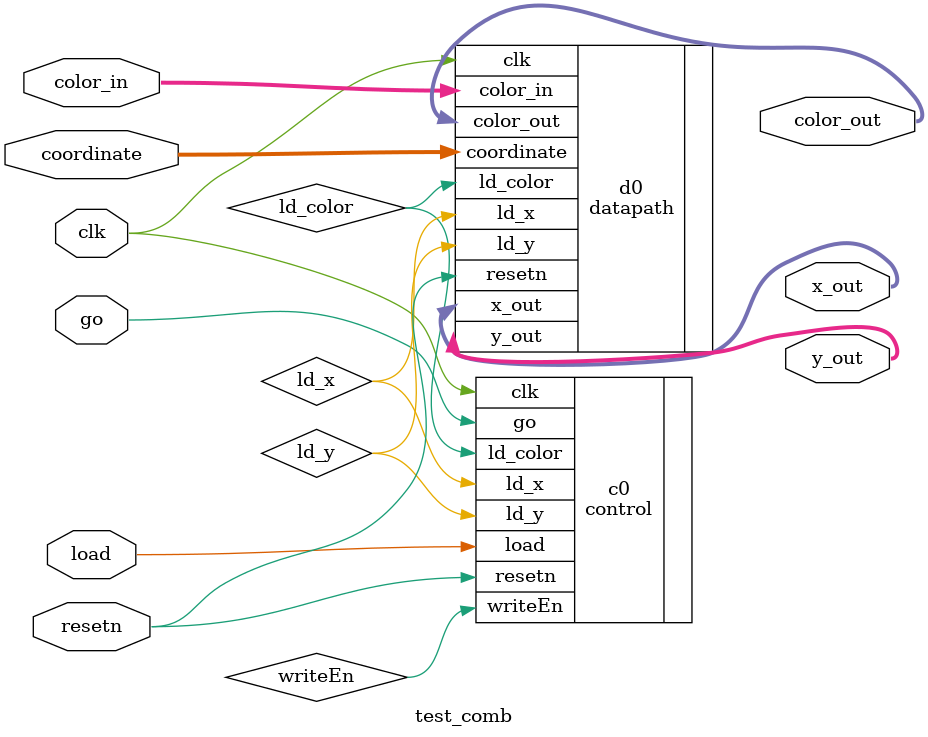
<source format=v>
module test_comb(
	input clk, resetn, load, go,
	input [2:0] color_in,
	input [6:0] coordinate,
	output [7:0] x_out,
	output [6:0] y_out,
	output [2:0] color_out
	);

	wire ld_x, ld_y, ld_color, writeEn;

	control c0(
		.clk(clk),
		.resetn(resetn),
		.load(load),
		.go(go),
		.ld_x(ld_x),
		.ld_y(ld_y),
		.ld_color(ld_color),
		.writeEn(writeEn)	
	);

	datapath d0(
		.clk(clk),
		.color_in(color_in[2:0]),
		.resetn(resetn),
		.ld_x(ld_x),
		.ld_y(ld_y),
		.ld_color(ld_color),
		.coordinate(coordinate[6:0]),
		.x_out(x_out),
		.y_out(y_out),
		.color_out(color_out)
	);
    
endmodule
</source>
